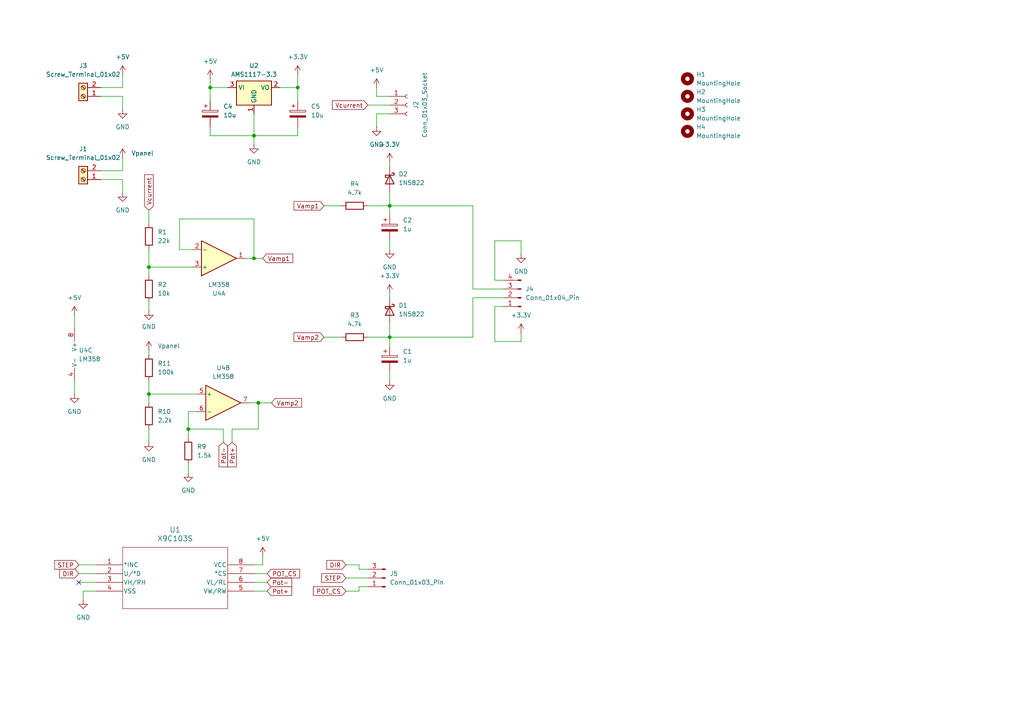
<source format=kicad_sch>
(kicad_sch (version 20231120) (generator "eeschema") (generator_version "8.0")
  (paper "A4")
  (lib_symbols
    (symbol "2024-08-13_23-58-24:X9C103S" (pin_names (offset 0.254))
      (property "Reference" "U" (at 22.86 10.16 0))
      (property "Value" "X9C103S" (at 22.86 7.62 0))
      (symbol "X9C103S_0_1"
        (polyline (pts (xy 7.62 -12.7) (xy 38.1 -12.7)) (stroke (width 0.127)))
        (polyline (pts (xy 7.62 5.08) (xy 7.62 -12.7)) (stroke (width 0.127)))
        (polyline (pts (xy 38.1 -12.7) (xy 38.1 5.08)) (stroke (width 0.127)))
        (polyline (pts (xy 38.1 5.08) (xy 7.62 5.08)) (stroke (width 0.127)))
        (pin input line (at 0 0 0) (length 7.62) (name "*INC") (number "1"))
        (pin input line (at 0 -2.54 0) (length 7.62) (name "U/*D") (number "2"))
        (pin unspecified line (at 0 -5.08 0) (length 7.62) (name "VH/RH") (number "3"))
        (pin power_in line (at 0 -7.62 0) (length 7.62) (name "VSS") (number "4"))
        (pin unspecified line (at 45.72 -7.62 180) (length 7.62) (name "VW/RW") (number "5"))
        (pin unspecified line (at 45.72 -5.08 180) (length 7.62) (name "VL/RL") (number "6"))
        (pin input line (at 45.72 -2.54 180) (length 7.62) (name "*CS") (number "7"))
        (pin power_in line (at 45.72 0 180) (length 7.62) (name "VCC") (number "8"))
      )
    )
    (symbol "Amplifier_Operational:LM358" (pin_names (offset 0.127))
      (property "Reference" "U" (at 0 5.08 0))
      (property "Value" "LM358" (at 0 -5.08 0))
      (symbol "LM358_1_1"
        (polyline (pts (xy -5.08 5.08) (xy 5.08 0) (xy -5.08 -5.08) (xy -5.08 5.08)) (stroke (width 0.254)) (fill (type background)))
        (pin output line (at 7.62 0 180) (length 2.54) (name "~") (number "1"))
        (pin input line (at -7.62 -2.54 0) (length 2.54) (name "-") (number "2"))
        (pin input line (at -7.62 2.54 0) (length 2.54) (name "+") (number "3"))
      )
      (symbol "LM358_2_1"
        (polyline (pts (xy -5.08 5.08) (xy 5.08 0) (xy -5.08 -5.08) (xy -5.08 5.08)) (stroke (width 0.254)) (fill (type background)))
        (pin input line (at -7.62 2.54 0) (length 2.54) (name "+") (number "5"))
        (pin input line (at -7.62 -2.54 0) (length 2.54) (name "-") (number "6"))
        (pin output line (at 7.62 0 180) (length 2.54) (name "~") (number "7"))
      )
      (symbol "LM358_3_1"
        (pin power_in line (at -2.54 -7.62 90) (length 3.81) (name "V-") (number "4"))
        (pin power_in line (at -2.54 7.62 270) (length 3.81) (name "V+") (number "8"))
      )
    )
    (symbol "Connector:Conn_01x03_Pin" (pin_names (offset 1.016) hide)
      (property "Reference" "J" (at 0 5.08 0))
      (property "Value" "Conn_01x03_Pin" (at 0 -5.08 0))
      (symbol "Conn_01x03_Pin_1_1"
        (polyline (pts (xy 1.27 -2.54) (xy 0.8636 -2.54)) (stroke (width 0.1524)))
        (polyline (pts (xy 1.27 0) (xy 0.8636 0)) (stroke (width 0.1524)))
        (polyline (pts (xy 1.27 2.54) (xy 0.8636 2.54)) (stroke (width 0.1524)))
        (rectangle (start 0.8636 -2.413) (end 0 -2.667) (stroke (width 0.1524)) (fill (type outline)))
        (rectangle (start 0.8636 0.127) (end 0 -0.127) (stroke (width 0.1524)) (fill (type outline)))
        (rectangle (start 0.8636 2.667) (end 0 2.413) (stroke (width 0.1524)) (fill (type outline)))
        (pin passive line (at 5.08 2.54 180) (length 3.81) (name "Pin_1") (number "1"))
        (pin passive line (at 5.08 0 180) (length 3.81) (name "Pin_2") (number "2"))
        (pin passive line (at 5.08 -2.54 180) (length 3.81) (name "Pin_3") (number "3"))
      )
    )
    (symbol "Connector:Conn_01x03_Socket" (pin_names (offset 1.016) hide)
      (property "Reference" "J" (at 0 5.08 0))
      (property "Value" "Conn_01x03_Socket" (at 0 -5.08 0))
      (symbol "Conn_01x03_Socket_1_1"
        (arc (start 0 -2.032) (mid -0.5058 -2.54) (end 0 -3.048) (stroke (width 0.1524)))
        (polyline (pts (xy -1.27 -2.54) (xy -0.508 -2.54)) (stroke (width 0.1524)))
        (polyline (pts (xy -1.27 0) (xy -0.508 0)) (stroke (width 0.1524)))
        (polyline (pts (xy -1.27 2.54) (xy -0.508 2.54)) (stroke (width 0.1524)))
        (arc (start 0 0.508) (mid -0.5058 0) (end 0 -0.508) (stroke (width 0.1524)))
        (arc (start 0 3.048) (mid -0.5058 2.54) (end 0 2.032) (stroke (width 0.1524)))
        (pin passive line (at -5.08 2.54 0) (length 3.81) (name "Pin_1") (number "1"))
        (pin passive line (at -5.08 0 0) (length 3.81) (name "Pin_2") (number "2"))
        (pin passive line (at -5.08 -2.54 0) (length 3.81) (name "Pin_3") (number "3"))
      )
    )
    (symbol "Connector:Conn_01x04_Pin" (pin_names (offset 1.016) hide)
      (property "Reference" "J" (at 0 5.08 0))
      (property "Value" "Conn_01x04_Pin" (at 0 -7.62 0))
      (symbol "Conn_01x04_Pin_1_1"
        (polyline (pts (xy 1.27 -5.08) (xy 0.8636 -5.08)) (stroke (width 0.1524)))
        (polyline (pts (xy 1.27 -2.54) (xy 0.8636 -2.54)) (stroke (width 0.1524)))
        (polyline (pts (xy 1.27 0) (xy 0.8636 0)) (stroke (width 0.1524)))
        (polyline (pts (xy 1.27 2.54) (xy 0.8636 2.54)) (stroke (width 0.1524)))
        (rectangle (start 0.8636 -4.953) (end 0 -5.207) (stroke (width 0.1524)) (fill (type outline)))
        (rectangle (start 0.8636 -2.413) (end 0 -2.667) (stroke (width 0.1524)) (fill (type outline)))
        (rectangle (start 0.8636 0.127) (end 0 -0.127) (stroke (width 0.1524)) (fill (type outline)))
        (rectangle (start 0.8636 2.667) (end 0 2.413) (stroke (width 0.1524)) (fill (type outline)))
        (pin passive line (at 5.08 2.54 180) (length 3.81) (name "Pin_1") (number "1"))
        (pin passive line (at 5.08 0 180) (length 3.81) (name "Pin_2") (number "2"))
        (pin passive line (at 5.08 -2.54 180) (length 3.81) (name "Pin_3") (number "3"))
        (pin passive line (at 5.08 -5.08 180) (length 3.81) (name "Pin_4") (number "4"))
      )
    )
    (symbol "Connector:Screw_Terminal_01x02" (pin_names (offset 1.016) hide)
      (property "Reference" "J" (at 0 2.54 0))
      (property "Value" "Screw_Terminal_01x02" (at 0 -5.08 0))
      (symbol "Screw_Terminal_01x02_1_1"
        (rectangle (start -1.27 1.27) (end 1.27 -3.81) (stroke (width 0.254)) (fill (type background)))
        (circle (center 0 -2.54) (radius 0.635) (stroke (width 0.1524)))
        (polyline (pts (xy -0.5334 -2.2098) (xy 0.3302 -3.048)) (stroke (width 0.1524)))
        (polyline (pts (xy -0.5334 0.3302) (xy 0.3302 -0.508)) (stroke (width 0.1524)))
        (polyline (pts (xy -0.3556 -2.032) (xy 0.508 -2.8702)) (stroke (width 0.1524)))
        (polyline (pts (xy -0.3556 0.508) (xy 0.508 -0.3302)) (stroke (width 0.1524)))
        (circle (center 0 0) (radius 0.635) (stroke (width 0.1524)))
        (pin passive line (at -5.08 0 0) (length 3.81) (name "Pin_1") (number "1"))
        (pin passive line (at -5.08 -2.54 0) (length 3.81) (name "Pin_2") (number "2"))
      )
    )
    (symbol "Device:C_Polarized" (pin_numbers hide) (pin_names (offset 0.254))
      (property "Reference" "C" (at 0.635 2.54 0))
      (property "Value" "C_Polarized" (at 0.635 -2.54 0))
      (symbol "C_Polarized_0_1"
        (rectangle (start -2.286 0.508) (end 2.286 1.016))
        (polyline (pts (xy -1.778 2.286) (xy -0.762 2.286)))
        (polyline (pts (xy -1.27 2.794) (xy -1.27 1.778)))
        (rectangle (start 2.286 -0.508) (end -2.286 -1.016) (fill (type outline)))
      )
      (symbol "C_Polarized_1_1"
        (pin passive line (at 0 3.81 270) (length 2.794) (name "~") (number "1"))
        (pin passive line (at 0 -3.81 90) (length 2.794) (name "~") (number "2"))
      )
    )
    (symbol "Device:R" (pin_numbers hide) (pin_names (offset 0))
      (property "Reference" "R" (at 2.032 0 90))
      (property "Value" "R" (at 0 0 90))
      (symbol "R_0_1"
        (rectangle (start -1.016 -2.54) (end 1.016 2.54) (stroke (width 0.254)))
      )
      (symbol "R_1_1"
        (pin passive line (at 0 3.81 270) (length 1.27) (name "~") (number "1"))
        (pin passive line (at 0 -3.81 90) (length 1.27) (name "~") (number "2"))
      )
    )
    (symbol "Diode:1N5822" (pin_numbers hide) (pin_names (offset 1.016) hide)
      (property "Reference" "D" (at 0 2.54 0))
      (property "Value" "1N5822" (at 0 -2.54 0))
      (symbol "1N5822_0_1"
        (polyline (pts (xy 1.27 0) (xy -1.27 0)))
        (polyline (pts (xy 1.27 1.27) (xy 1.27 -1.27) (xy -1.27 0) (xy 1.27 1.27)) (stroke (width 0.254)))
        (polyline (pts (xy -1.905 0.635) (xy -1.905 1.27) (xy -1.27 1.27) (xy -1.27 -1.27) (xy -0.635 -1.27) (xy -0.635 -0.635)) (stroke (width 0.254)))
      )
      (symbol "1N5822_1_1"
        (pin passive line (at -3.81 0 0) (length 2.54) (name "K") (number "1"))
        (pin passive line (at 3.81 0 180) (length 2.54) (name "A") (number "2"))
      )
    )
    (symbol "Mechanical:MountingHole" (pin_names (offset 1.016)) (exclude_from_sim yes) (in_bom no)
      (property "Reference" "H" (at 0 5.08 0))
      (property "Value" "MountingHole" (at 0 3.175 0))
      (symbol "MountingHole_0_1"
        (circle (center 0 0) (radius 1.27) (stroke (width 1.27)))
      )
    )
    (symbol "Regulator_Linear:AMS1117-3.3"
      (property "Reference" "U" (at -3.81 3.175 0))
      (property "Value" "AMS1117-3.3" (at 0 3.175 0))
      (symbol "AMS1117-3.3_0_1"
        (rectangle (start -5.08 -5.08) (end 5.08 1.905) (stroke (width 0.254)) (fill (type background)))
      )
      (symbol "AMS1117-3.3_1_1"
        (pin power_in line (at 0 -7.62 90) (length 2.54) (name "GND") (number "1"))
        (pin power_out line (at 7.62 0 180) (length 2.54) (name "VO") (number "2"))
        (pin power_in line (at -7.62 0 0) (length 2.54) (name "VI") (number "3"))
      )
    )
    (symbol "power:+3.3V" (power) (pin_numbers hide) (pin_names (offset 0) hide)
      (property "Value" "+3.3V" (at 0 3.556 0))
      (symbol "+3.3V_0_1"
        (polyline (pts (xy -0.762 1.27) (xy 0 2.54)))
        (polyline (pts (xy 0 0) (xy 0 2.54)))
        (polyline (pts (xy 0 2.54) (xy 0.762 1.27)))
      )
      (symbol "+3.3V_1_1"
        (pin power_in line (at 0 0 90) (length 0) (name "~") (number "1"))
      )
    )
    (symbol "power:+48V" (power) (pin_numbers hide) (pin_names (offset 0) hide)
      (property "Value" "+48V" (at 0 3.556 0))
      (symbol "+48V_0_1"
        (polyline (pts (xy -0.762 1.27) (xy 0 2.54)))
        (polyline (pts (xy 0 0) (xy 0 2.54)))
        (polyline (pts (xy 0 2.54) (xy 0.762 1.27)))
      )
      (symbol "+48V_1_1"
        (pin power_in line (at 0 0 90) (length 0) (name "~") (number "1"))
      )
    )
    (symbol "power:+5V" (power) (pin_numbers hide) (pin_names (offset 0) hide)
      (property "Value" "+5V" (at 0 3.556 0))
      (symbol "+5V_0_1"
        (polyline (pts (xy -0.762 1.27) (xy 0 2.54)))
        (polyline (pts (xy 0 0) (xy 0 2.54)))
        (polyline (pts (xy 0 2.54) (xy 0.762 1.27)))
      )
      (symbol "+5V_1_1"
        (pin power_in line (at 0 0 90) (length 0) (name "~") (number "1"))
      )
    )
    (symbol "power:GND" (power) (pin_numbers hide) (pin_names (offset 0) hide)
      (property "Value" "GND" (at 0 -3.81 0))
      (symbol "GND_0_1"
        (polyline (pts (xy 0 0) (xy 0 -1.27) (xy 1.27 -1.27) (xy 0 -2.54) (xy -1.27 -1.27) (xy 0 -1.27)))
      )
      (symbol "GND_1_1"
        (pin power_in line (at 0 0 270) (length 0) (name "~") (number "1"))
      )
    )
  )
  (junction (at 74.93 116.84))
  (junction (at 113.03 59.69))
  (junction (at 43.18 77.47))
  (junction (at 43.18 114.3))
  (junction (at 73.66 39.37))
  (junction (at 60.96 25.4))
  (junction (at 73.66 74.93))
  (junction (at 113.03 97.79))
  (junction (at 86.36 25.4))
  (junction (at 54.61 124.46))
  (no_connect (at 22.86 168.91))
  (wire (pts (xy 54.61 127) (xy 54.61 124.46)))
  (wire (pts (xy 106.68 30.48) (xy 113.03 30.48)))
  (wire (pts (xy 21.59 110.49) (xy 21.59 114.3)))
  (wire (pts (xy 86.36 39.37) (xy 73.66 39.37)))
  (wire (pts (xy 35.56 25.4) (xy 35.56 21.59)))
  (wire (pts (xy 35.56 49.53) (xy 35.56 45.72)))
  (wire (pts (xy 151.13 69.85) (xy 143.51 69.85)))
  (wire (pts (xy 29.21 25.4) (xy 35.56 25.4)))
  (wire (pts (xy 109.22 25.4) (xy 109.22 27.94)))
  (wire (pts (xy 106.68 170.18) (xy 104.14 170.18)))
  (wire (pts (xy 137.16 83.82) (xy 146.05 83.82)))
  (wire (pts (xy 106.68 59.69) (xy 113.03 59.69)))
  (wire (pts (xy 143.51 69.85) (xy 143.51 81.28)))
  (wire (pts (xy 73.66 39.37) (xy 73.66 41.91)))
  (wire (pts (xy 73.66 171.45) (xy 77.47 171.45)))
  (wire (pts (xy 21.59 91.44) (xy 21.59 95.25)))
  (wire (pts (xy 146.05 88.9) (xy 143.51 88.9)))
  (wire (pts (xy 60.96 22.86) (xy 60.96 25.4)))
  (wire (pts (xy 113.03 97.79) (xy 113.03 100.33)))
  (wire (pts (xy 104.14 170.18) (xy 104.14 171.45)))
  (wire (pts (xy 22.86 168.91) (xy 27.94 168.91)))
  (wire (pts (xy 43.18 114.3) (xy 43.18 116.84)))
  (wire (pts (xy 93.98 97.79) (xy 99.06 97.79)))
  (wire (pts (xy 146.05 86.36) (xy 137.16 86.36)))
  (wire (pts (xy 143.51 88.9) (xy 143.51 99.06)))
  (wire (pts (xy 93.98 59.69) (xy 99.06 59.69)))
  (wire (pts (xy 113.03 93.98) (xy 113.03 97.79)))
  (wire (pts (xy 137.16 97.79) (xy 113.03 97.79)))
  (wire (pts (xy 43.18 77.47) (xy 43.18 80.01)))
  (wire (pts (xy 35.56 27.94) (xy 35.56 31.75)))
  (wire (pts (xy 52.07 63.5) (xy 73.66 63.5)))
  (wire (pts (xy 73.66 166.37) (xy 77.47 166.37)))
  (wire (pts (xy 143.51 99.06) (xy 151.13 99.06)))
  (wire (pts (xy 109.22 33.02) (xy 109.22 36.83)))
  (wire (pts (xy 73.66 74.93) (xy 76.2 74.93)))
  (wire (pts (xy 137.16 86.36) (xy 137.16 97.79)))
  (wire (pts (xy 113.03 33.02) (xy 109.22 33.02)))
  (wire (pts (xy 67.31 124.46) (xy 74.93 124.46)))
  (wire (pts (xy 86.36 25.4) (xy 81.28 25.4)))
  (wire (pts (xy 43.18 60.96) (xy 43.18 64.77)))
  (wire (pts (xy 43.18 77.47) (xy 55.88 77.47)))
  (wire (pts (xy 104.14 165.1) (xy 106.68 165.1)))
  (wire (pts (xy 74.93 124.46) (xy 74.93 116.84)))
  (wire (pts (xy 113.03 69.85) (xy 113.03 72.39)))
  (wire (pts (xy 86.36 25.4) (xy 86.36 29.21)))
  (wire (pts (xy 113.03 107.95) (xy 113.03 110.49)))
  (wire (pts (xy 60.96 39.37) (xy 60.96 36.83)))
  (wire (pts (xy 113.03 59.69) (xy 113.03 62.23)))
  (wire (pts (xy 54.61 134.62) (xy 54.61 137.16)))
  (wire (pts (xy 60.96 25.4) (xy 66.04 25.4)))
  (wire (pts (xy 67.31 124.46) (xy 67.31 128.27)))
  (wire (pts (xy 100.33 171.45) (xy 104.14 171.45)))
  (wire (pts (xy 55.88 72.39) (xy 52.07 72.39)))
  (wire (pts (xy 86.36 21.59) (xy 86.36 25.4)))
  (wire (pts (xy 151.13 73.66) (xy 151.13 69.85)))
  (wire (pts (xy 52.07 72.39) (xy 52.07 63.5)))
  (wire (pts (xy 24.13 173.99) (xy 24.13 171.45)))
  (wire (pts (xy 64.77 124.46) (xy 64.77 128.27)))
  (wire (pts (xy 43.18 72.39) (xy 43.18 77.47)))
  (wire (pts (xy 86.36 36.83) (xy 86.36 39.37)))
  (wire (pts (xy 137.16 59.69) (xy 137.16 83.82)))
  (wire (pts (xy 143.51 81.28) (xy 146.05 81.28)))
  (wire (pts (xy 29.21 27.94) (xy 35.56 27.94)))
  (wire (pts (xy 72.39 116.84) (xy 74.93 116.84)))
  (wire (pts (xy 43.18 102.87) (xy 43.18 101.6)))
  (wire (pts (xy 22.86 163.83) (xy 27.94 163.83)))
  (wire (pts (xy 113.03 46.99) (xy 113.03 48.26)))
  (wire (pts (xy 35.56 52.07) (xy 35.56 55.88)))
  (wire (pts (xy 54.61 119.38) (xy 54.61 124.46)))
  (wire (pts (xy 24.13 171.45) (xy 27.94 171.45)))
  (wire (pts (xy 54.61 119.38) (xy 57.15 119.38)))
  (wire (pts (xy 113.03 85.09) (xy 113.03 86.36)))
  (wire (pts (xy 76.2 161.29) (xy 76.2 163.83)))
  (wire (pts (xy 43.18 114.3) (xy 57.15 114.3)))
  (wire (pts (xy 60.96 25.4) (xy 60.96 29.21)))
  (wire (pts (xy 73.66 39.37) (xy 60.96 39.37)))
  (wire (pts (xy 43.18 87.63) (xy 43.18 90.17)))
  (wire (pts (xy 73.66 33.02) (xy 73.66 39.37)))
  (wire (pts (xy 109.22 27.94) (xy 113.03 27.94)))
  (wire (pts (xy 113.03 59.69) (xy 137.16 59.69)))
  (wire (pts (xy 73.66 168.91) (xy 77.47 168.91)))
  (wire (pts (xy 22.86 166.37) (xy 27.94 166.37)))
  (wire (pts (xy 100.33 167.64) (xy 106.68 167.64)))
  (wire (pts (xy 100.33 163.83) (xy 104.14 163.83)))
  (wire (pts (xy 104.14 163.83) (xy 104.14 165.1)))
  (wire (pts (xy 76.2 163.83) (xy 73.66 163.83)))
  (wire (pts (xy 151.13 99.06) (xy 151.13 96.52)))
  (wire (pts (xy 29.21 49.53) (xy 35.56 49.53)))
  (wire (pts (xy 54.61 124.46) (xy 64.77 124.46)))
  (wire (pts (xy 43.18 110.49) (xy 43.18 114.3)))
  (wire (pts (xy 74.93 116.84) (xy 78.74 116.84)))
  (wire (pts (xy 71.12 74.93) (xy 73.66 74.93)))
  (wire (pts (xy 106.68 97.79) (xy 113.03 97.79)))
  (wire (pts (xy 43.18 124.46) (xy 43.18 128.27)))
  (wire (pts (xy 29.21 52.07) (xy 35.56 52.07)))
  (wire (pts (xy 73.66 63.5) (xy 73.66 74.93)))
  (wire (pts (xy 113.03 55.88) (xy 113.03 59.69)))
  (global_label "Vcurrent" (shape input) (at 106.68 30.48 180) (property "Intersheetrefs" "${INTERSHEET_REFS}" (effects (hide yes))))
  (global_label "Vamp1" (shape input) (at 93.98 59.69 180) (property "Intersheetrefs" "${INTERSHEET_REFS}" (effects (hide yes))))
  (global_label "Pot-" (shape input) (at 77.47 168.91 0) (property "Intersheetrefs" "${INTERSHEET_REFS}" (effects (hide yes))))
  (global_label "Vcurrent" (shape input) (at 43.18 60.96 90) (property "Intersheetrefs" "${INTERSHEET_REFS}" (effects (hide yes))))
  (global_label "STEP" (shape input) (at 100.33 167.64 180) (property "Intersheetrefs" "${INTERSHEET_REFS}" (effects (hide yes))))
  (global_label "DIR" (shape input) (at 22.86 166.37 180) (property "Intersheetrefs" "${INTERSHEET_REFS}" (effects (hide yes))))
  (global_label "STEP" (shape input) (at 22.86 163.83 180) (property "Intersheetrefs" "${INTERSHEET_REFS}" (effects (hide yes))))
  (global_label "Pot+" (shape input) (at 67.31 128.27 270) (property "Intersheetrefs" "${INTERSHEET_REFS}" (effects (hide yes))))
  (global_label "Vamp2" (shape input) (at 78.74 116.84 0) (property "Intersheetrefs" "${INTERSHEET_REFS}" (effects (hide yes))))
  (global_label "Vamp2" (shape input) (at 93.98 97.79 180) (property "Intersheetrefs" "${INTERSHEET_REFS}" (effects (hide yes))))
  (global_label "POT_CS" (shape input) (at 77.47 166.37 0) (property "Intersheetrefs" "${INTERSHEET_REFS}" (effects (hide yes))))
  (global_label "POT_CS" (shape input) (at 100.33 171.45 180) (property "Intersheetrefs" "${INTERSHEET_REFS}" (effects (hide yes))))
  (global_label "DIR" (shape input) (at 100.33 163.83 180) (property "Intersheetrefs" "${INTERSHEET_REFS}" (effects (hide yes))))
  (global_label "Pot+" (shape input) (at 77.47 171.45 0) (property "Intersheetrefs" "${INTERSHEET_REFS}" (effects (hide yes))))
  (global_label "Vamp1" (shape input) (at 76.2 74.93 0) (property "Intersheetrefs" "${INTERSHEET_REFS}" (effects (hide yes))))
  (global_label "Pot-" (shape input) (at 64.77 128.27 270) (property "Intersheetrefs" "${INTERSHEET_REFS}" (effects (hide yes))))
  (symbol (lib_id "Amplifier_Operational:LM358") (at 24.13 102.87 0) (unit 3)
    (property "Reference" "U4" (at 22.86 101.5999 0) (effects (justify left)))
    (property "Value" "LM358" (at 22.86 104.1399 0) (effects (justify left)))
    (property "Footprint" "Package_DIP:DIP-8_W10.16mm_LongPads" (effects (hide yes)))
    (property "Datasheet" "http://www.ti.com/lit/ds/symlink/lm2904-n.pdf" (effects (hide yes)))
    (property "Description" "Low-Power, Dual Operational Amplifiers, DIP-8/SOIC-8/TO-99-8" (effects (hide yes)))
  )
  (symbol (lib_id "Mechanical:MountingHole") (at 199.39 27.94 0) (unit 1) (exclude_from_sim yes) (in_bom no)
    (property "Reference" "H2" (at 201.93 26.6699 0) (effects (justify left)))
    (property "Value" "MountingHole" (at 201.93 29.2099 0) (effects (justify left)))
    (property "Footprint" "MountingHole:MountingHole_3.2mm_M3" (effects (hide yes)))
    (property "Description" "Mounting Hole without connection" (effects (hide yes)))
  )
  (symbol (lib_id "power:GND") (at 73.66 41.91 0) (unit 1)
    (property "Reference" "#PWR08" (effects (hide yes)))
    (property "Value" "GND" (at 73.66 46.99 0))
    (property "Description" "Power symbol creates a global label with name \"GND\" , ground" (effects (hide yes)))
  )
  (symbol (lib_id "power:GND") (at 43.18 90.17 0) (unit 1)
    (property "Reference" "#PWR023" (effects (hide yes)))
    (property "Value" "GND" (at 43.18 94.742 0))
    (property "Description" "Power symbol creates a global label with name \"GND\" , ground" (effects (hide yes)))
  )
  (symbol (lib_id "Connector:Conn_01x03_Pin") (at 111.76 167.64 180) (unit 1)
    (property "Reference" "J5" (at 113.03 166.3699 0) (effects (justify right)))
    (property "Value" "Conn_01x03_Pin" (at 113.03 168.9099 0) (effects (justify right)))
    (property "Footprint" "Connector_PinHeader_2.54mm:PinHeader_1x03_P2.54mm_Vertical" (effects (hide yes)))
    (property "Description" "Generic connector, single row, 01x03, script generated" (effects (hide yes)))
  )
  (symbol (lib_id "power:+5V") (at 35.56 21.59 0) (unit 1)
    (property "Reference" "#PWR015" (effects (hide yes)))
    (property "Value" "+5V" (at 35.56 16.51 0))
    (property "Description" "Power symbol creates a global label with name \"+5V\"" (effects (hide yes)))
  )
  (symbol (lib_id "power:GND") (at 35.56 31.75 0) (unit 1)
    (property "Reference" "#PWR016" (effects (hide yes)))
    (property "Value" "GND" (at 35.56 36.83 0))
    (property "Description" "Power symbol creates a global label with name \"GND\" , ground" (effects (hide yes)))
  )
  (symbol (lib_id "power:+3.3V") (at 113.03 46.99 0) (unit 1)
    (property "Reference" "#PWR04" (effects (hide yes)))
    (property "Value" "+3.3V" (at 113.03 41.91 0))
    (property "Description" "Power symbol creates a global label with name \"+3.3V\"" (effects (hide yes)))
  )
  (symbol (lib_id "power:GND") (at 151.13 73.66 0) (unit 1)
    (property "Reference" "#PWR07" (effects (hide yes)))
    (property "Value" "GND" (at 151.13 78.74 0))
    (property "Description" "Power symbol creates a global label with name \"GND\" , ground" (effects (hide yes)))
  )
  (symbol (lib_id "Mechanical:MountingHole") (at 199.39 38.1 0) (unit 1) (exclude_from_sim yes) (in_bom no)
    (property "Reference" "H4" (at 201.93 36.8299 0) (effects (justify left)))
    (property "Value" "MountingHole" (at 201.93 39.3699 0) (effects (justify left)))
    (property "Footprint" "MountingHole:MountingHole_3.2mm_M3" (effects (hide yes)))
    (property "Description" "Mounting Hole without connection" (effects (hide yes)))
  )
  (symbol (lib_id "Connector:Conn_01x04_Pin") (at 151.13 86.36 180) (unit 1)
    (property "Reference" "J4" (at 152.4 83.8199 0) (effects (justify right)))
    (property "Value" "Conn_01x04_Pin" (at 152.4 86.3599 0) (effects (justify right)))
    (property "Footprint" "Connector_PinHeader_2.54mm:PinHeader_1x04_P2.54mm_Vertical" (effects (hide yes)))
    (property "Description" "Generic connector, single row, 01x04, script generated" (effects (hide yes)))
  )
  (symbol (lib_id "Device:R") (at 54.61 130.81 180) (unit 1)
    (property "Reference" "R9" (at 57.15 129.5399 0) (effects (justify right)))
    (property "Value" "1.5k" (at 57.15 132.0799 0) (effects (justify right)))
    (property "Footprint" "Resistor_THT:R_Axial_DIN0207_L6.3mm_D2.5mm_P10.16mm_Horizontal" (effects (hide yes)))
    (property "Description" "Resistor" (effects (hide yes)))
  )
  (symbol (lib_id "Device:C_Polarized") (at 86.36 33.02 0) (unit 1)
    (property "Reference" "C5" (at 90.17 30.8609 0) (effects (justify left)))
    (property "Value" "10u" (at 90.17 33.4009 0) (effects (justify left)))
    (property "Footprint" "Capacitor_THT:CP_Radial_D5.0mm_P2.50mm" (effects (hide yes)))
    (property "Description" "Polarized capacitor" (effects (hide yes)))
  )
  (symbol (lib_id "Connector:Conn_01x03_Socket") (at 118.11 30.48 0) (unit 1)
    (property "Reference" "J2" (at 120.65 30.48 90))
    (property "Value" "Conn_01x03_Socket" (at 123.19 30.48 90))
    (property "Footprint" "Connector_PinHeader_2.54mm:PinHeader_1x03_P2.54mm_Vertical" (effects (hide yes)))
    (property "Description" "Generic connector, single row, 01x03, script generated" (effects (hide yes)))
  )
  (symbol (lib_id "Mechanical:MountingHole") (at 199.39 22.86 0) (unit 1) (exclude_from_sim yes) (in_bom no)
    (property "Reference" "H1" (at 201.93 21.5899 0) (effects (justify left)))
    (property "Value" "MountingHole" (at 201.93 24.1299 0) (effects (justify left)))
    (property "Footprint" "MountingHole:MountingHole_3.2mm_M3" (effects (hide yes)))
    (property "Description" "Mounting Hole without connection" (effects (hide yes)))
  )
  (symbol (lib_id "Device:R") (at 102.87 97.79 90) (unit 1)
    (property "Reference" "R3" (at 102.87 91.44 90))
    (property "Value" "4.7k" (at 102.87 93.98 90))
    (property "Footprint" "Resistor_THT:R_Axial_DIN0207_L6.3mm_D2.5mm_P10.16mm_Horizontal" (effects (hide yes)))
    (property "Description" "Resistor" (effects (hide yes)))
  )
  (symbol (lib_id "Amplifier_Operational:LM358") (at 64.77 116.84 0) (unit 2)
    (property "Reference" "U4" (at 64.77 106.68 0))
    (property "Value" "LM358" (at 64.77 109.22 0))
    (property "Footprint" "Package_DIP:DIP-8_W10.16mm_LongPads" (effects (hide yes)))
    (property "Datasheet" "http://www.ti.com/lit/ds/symlink/lm2904-n.pdf" (effects (hide yes)))
    (property "Description" "Low-Power, Dual Operational Amplifiers, DIP-8/SOIC-8/TO-99-8" (effects (hide yes)))
  )
  (symbol (lib_id "power:+5V") (at 109.22 25.4 0) (unit 1)
    (property "Reference" "#PWR010" (effects (hide yes)))
    (property "Value" "+5V" (at 109.22 20.32 0))
    (property "Description" "Power symbol creates a global label with name \"+5V\"" (effects (hide yes)))
  )
  (symbol (lib_id "Diode:1N5822") (at 113.03 52.07 270) (unit 1)
    (property "Reference" "D2" (at 115.57 50.4824 90) (effects (justify left)))
    (property "Value" "1N5822" (at 115.57 53.0224 90) (effects (justify left)))
    (property "Footprint" "Diode_THT:D_DO-201AD_P15.24mm_Horizontal" (effects (hide yes)))
    (property "Datasheet" "http://www.vishay.com/docs/88526/1n5820.pdf" (effects (hide yes)))
    (property "Description" "40V 3A Schottky Barrier Rectifier Diode, DO-201AD" (effects (hide yes)))
  )
  (symbol (lib_id "power:+5V") (at 21.59 91.44 0) (unit 1)
    (property "Reference" "#PWR018" (effects (hide yes)))
    (property "Value" "+5V" (at 21.59 86.36 0))
    (property "Description" "Power symbol creates a global label with name \"+5V\"" (effects (hide yes)))
  )
  (symbol (lib_id "power:+3.3V") (at 151.13 96.52 0) (unit 1)
    (property "Reference" "#PWR06" (effects (hide yes)))
    (property "Value" "+3.3V" (at 151.13 91.44 0))
    (property "Description" "Power symbol creates a global label with name \"+3.3V\"" (effects (hide yes)))
  )
  (symbol (lib_id "power:GND") (at 54.61 137.16 0) (unit 1)
    (property "Reference" "#PWR026" (effects (hide yes)))
    (property "Value" "GND" (at 54.61 142.24 0))
    (property "Description" "Power symbol creates a global label with name \"GND\" , ground" (effects (hide yes)))
  )
  (symbol (lib_id "power:+3.3V") (at 113.03 85.09 0) (unit 1)
    (property "Reference" "#PWR03" (effects (hide yes)))
    (property "Value" "+3.3V" (at 113.03 80.01 0))
    (property "Description" "Power symbol creates a global label with name \"+3.3V\"" (effects (hide yes)))
  )
  (symbol (lib_id "Device:R") (at 43.18 83.82 0) (unit 1)
    (property "Reference" "R2" (at 45.72 82.5499 0) (effects (justify left)))
    (property "Value" "10k" (at 45.72 85.0899 0) (effects (justify left)))
    (property "Footprint" "Resistor_THT:R_Axial_DIN0207_L6.3mm_D2.5mm_P10.16mm_Horizontal" (effects (hide yes)))
    (property "Description" "Resistor" (effects (hide yes)))
  )
  (symbol (lib_id "power:+48V") (at 43.18 101.6 0) (unit 1)
    (property "Reference" "#PWR025" (effects (hide yes)))
    (property "Value" "Vpanel" (at 45.72 100.3299 0) (effects (justify left)))
    (property "Description" "Power symbol creates a global label with name \"+48V\"" (effects (hide yes)))
  )
  (symbol (lib_id "Amplifier_Operational:LM358") (at 63.5 74.93 0) (mirror x) (unit 1)
    (property "Reference" "U4" (at 63.5 85.09 0))
    (property "Value" "LM358" (at 63.5 82.55 0))
    (property "Footprint" "Package_DIP:DIP-8_W10.16mm_LongPads" (effects (hide yes)))
    (property "Datasheet" "http://www.ti.com/lit/ds/symlink/lm2904-n.pdf" (effects (hide yes)))
    (property "Description" "Low-Power, Dual Operational Amplifiers, DIP-8/SOIC-8/TO-99-8" (effects (hide yes)))
  )
  (symbol (lib_id "power:GND") (at 24.13 173.99 0) (unit 1)
    (property "Reference" "#PWR012" (effects (hide yes)))
    (property "Value" "GND" (at 24.13 179.07 0))
    (property "Description" "Power symbol creates a global label with name \"GND\" , ground" (effects (hide yes)))
  )
  (symbol (lib_id "Device:R") (at 102.87 59.69 90) (unit 1)
    (property "Reference" "R4" (at 102.87 53.34 90))
    (property "Value" "4.7k" (at 102.87 55.88 90))
    (property "Footprint" "Resistor_THT:R_Axial_DIN0207_L6.3mm_D2.5mm_P10.16mm_Horizontal" (effects (hide yes)))
    (property "Description" "Resistor" (effects (hide yes)))
  )
  (symbol (lib_id "power:GND") (at 43.18 128.27 0) (unit 1)
    (property "Reference" "#PWR027" (effects (hide yes)))
    (property "Value" "GND" (at 43.18 133.35 0))
    (property "Description" "Power symbol creates a global label with name \"GND\" , ground" (effects (hide yes)))
  )
  (symbol (lib_id "Device:R") (at 43.18 120.65 180) (unit 1)
    (property "Reference" "R10" (at 45.72 119.3799 0) (effects (justify right)))
    (property "Value" "2.2k" (at 45.72 121.9199 0) (effects (justify right)))
    (property "Footprint" "Resistor_THT:R_Axial_DIN0207_L6.3mm_D2.5mm_P10.16mm_Horizontal" (effects (hide yes)))
    (property "Description" "Resistor" (effects (hide yes)))
  )
  (symbol (lib_id "power:GND") (at 21.59 114.3 0) (unit 1)
    (property "Reference" "#PWR019" (effects (hide yes)))
    (property "Value" "GND" (at 21.59 119.38 0))
    (property "Description" "Power symbol creates a global label with name \"GND\" , ground" (effects (hide yes)))
  )
  (symbol (lib_id "Device:C_Polarized") (at 60.96 33.02 0) (unit 1)
    (property "Reference" "C4" (at 64.77 30.8609 0) (effects (justify left)))
    (property "Value" "10u" (at 64.77 33.4009 0) (effects (justify left)))
    (property "Footprint" "Capacitor_THT:CP_Radial_D5.0mm_P2.50mm" (effects (hide yes)))
    (property "Description" "Polarized capacitor" (effects (hide yes)))
  )
  (symbol (lib_id "power:GND") (at 113.03 72.39 0) (unit 1)
    (property "Reference" "#PWR011" (effects (hide yes)))
    (property "Value" "GND" (at 113.03 77.47 0))
    (property "Description" "Power symbol creates a global label with name \"GND\" , ground" (effects (hide yes)))
  )
  (symbol (lib_id "power:+5V") (at 60.96 22.86 0) (unit 1)
    (property "Reference" "#PWR02" (effects (hide yes)))
    (property "Value" "+5V" (at 60.96 17.78 0))
    (property "Description" "Power symbol creates a global label with name \"+5V\"" (effects (hide yes)))
  )
  (symbol (lib_id "2024-08-13_23-58-24:X9C103S") (at 27.94 163.83 0) (unit 1)
    (property "Reference" "U1" (at 50.8 153.67 0) (effects (font (size 1.524 1.524))))
    (property "Value" "X9C103S" (at 50.8 156.21 0) (effects (font (size 1.524 1.524))))
    (property "Footprint" "SOIC8_3P9116X4P9022_INR" (effects (hide yes)))
    (property "Datasheet" "X9C103S" (effects (hide yes)))
  )
  (symbol (lib_id "Device:C_Polarized") (at 113.03 104.14 0) (unit 1)
    (property "Reference" "C1" (at 116.84 101.9809 0) (effects (justify left)))
    (property "Value" "1u" (at 116.84 104.5209 0) (effects (justify left)))
    (property "Footprint" "Capacitor_THT:CP_Radial_D5.0mm_P2.50mm" (effects (hide yes)))
    (property "Description" "Polarized capacitor" (effects (hide yes)))
  )
  (symbol (lib_id "power:+3.3V") (at 86.36 21.59 0) (unit 1)
    (property "Reference" "#PWR09" (effects (hide yes)))
    (property "Value" "+3.3V" (at 86.36 16.51 0))
    (property "Description" "Power symbol creates a global label with name \"+3.3V\"" (effects (hide yes)))
  )
  (symbol (lib_id "power:GND") (at 35.56 55.88 0) (unit 1)
    (property "Reference" "#PWR014" (effects (hide yes)))
    (property "Value" "GND" (at 35.56 60.96 0))
    (property "Description" "Power symbol creates a global label with name \"GND\" , ground" (effects (hide yes)))
  )
  (symbol (lib_id "power:+5V") (at 76.2 161.29 0) (unit 1)
    (property "Reference" "#PWR017" (effects (hide yes)))
    (property "Value" "+5V" (at 76.2 156.21 0))
    (property "Description" "Power symbol creates a global label with name \"+5V\"" (effects (hide yes)))
  )
  (symbol (lib_id "Mechanical:MountingHole") (at 199.39 33.02 0) (unit 1) (exclude_from_sim yes) (in_bom no)
    (property "Reference" "H3" (at 201.93 31.7499 0) (effects (justify left)))
    (property "Value" "MountingHole" (at 201.93 34.2899 0) (effects (justify left)))
    (property "Footprint" "MountingHole:MountingHole_3.2mm_M3" (effects (hide yes)))
    (property "Description" "Mounting Hole without connection" (effects (hide yes)))
  )
  (symbol (lib_id "Connector:Screw_Terminal_01x02") (at 24.13 27.94 180) (unit 1)
    (property "Reference" "J3" (at 24.13 19.05 0))
    (property "Value" "Screw_Terminal_01x02" (at 24.13 21.59 0))
    (property "Footprint" "TerminalBlock_Phoenix:TerminalBlock_Phoenix_MKDS-1,5-2_1x02_P5.00mm_Horizontal" (effects (hide yes)))
    (property "Description" "Generic screw terminal, single row, 01x02, script generated (kicad-library-utils/schlib/autogen/connector/)" (effects (hide yes)))
  )
  (symbol (lib_id "Regulator_Linear:AMS1117-3.3") (at 73.66 25.4 0) (unit 1)
    (property "Reference" "U2" (at 73.66 19.05 0))
    (property "Value" "AMS1117-3.3" (at 73.66 21.59 0))
    (property "Footprint" "Package_TO_SOT_THT:TO-220-3_Vertical" (effects (hide yes)))
    (property "Datasheet" "http://www.advanced-monolithic.com/pdf/ds1117.pdf" (effects (hide yes)))
    (property "Description" "1A Low Dropout regulator, positive, 3.3V fixed output, SOT-223" (effects (hide yes)))
  )
  (symbol (lib_id "power:+48V") (at 35.56 45.72 0) (unit 1)
    (property "Reference" "#PWR013" (effects (hide yes)))
    (property "Value" "Vpanel" (at 38.1 44.4499 0) (effects (justify left)))
    (property "Description" "Power symbol creates a global label with name \"+48V\"" (effects (hide yes)))
  )
  (symbol (lib_id "Connector:Screw_Terminal_01x02") (at 24.13 52.07 180) (unit 1)
    (property "Reference" "J1" (at 24.13 43.18 0))
    (property "Value" "Screw_Terminal_01x02" (at 24.13 45.72 0))
    (property "Footprint" "TerminalBlock_Phoenix:TerminalBlock_Phoenix_MKDS-1,5-2_1x02_P5.00mm_Horizontal" (effects (hide yes)))
    (property "Description" "Generic screw terminal, single row, 01x02, script generated (kicad-library-utils/schlib/autogen/connector/)" (effects (hide yes)))
  )
  (symbol (lib_id "power:GND") (at 109.22 36.83 0) (unit 1)
    (property "Reference" "#PWR05" (effects (hide yes)))
    (property "Value" "GND" (at 109.22 41.91 0))
    (property "Description" "Power symbol creates a global label with name \"GND\" , ground" (effects (hide yes)))
  )
  (symbol (lib_id "Device:R") (at 43.18 106.68 180) (unit 1)
    (property "Reference" "R11" (at 45.72 105.4099 0) (effects (justify right)))
    (property "Value" "100k" (at 45.72 107.9499 0) (effects (justify right)))
    (property "Footprint" "Resistor_THT:R_Axial_DIN0207_L6.3mm_D2.5mm_P10.16mm_Horizontal" (effects (hide yes)))
    (property "Description" "Resistor" (effects (hide yes)))
  )
  (symbol (lib_id "Device:C_Polarized") (at 113.03 66.04 0) (unit 1)
    (property "Reference" "C2" (at 116.84 63.8809 0) (effects (justify left)))
    (property "Value" "1u" (at 116.84 66.4209 0) (effects (justify left)))
    (property "Footprint" "Capacitor_THT:CP_Radial_D5.0mm_P2.50mm" (effects (hide yes)))
    (property "Description" "Polarized capacitor" (effects (hide yes)))
  )
  (symbol (lib_id "Diode:1N5822") (at 113.03 90.17 270) (unit 1)
    (property "Reference" "D1" (at 115.57 88.5824 90) (effects (justify left)))
    (property "Value" "1N5822" (at 115.57 91.1224 90) (effects (justify left)))
    (property "Footprint" "Diode_THT:D_DO-201AD_P15.24mm_Horizontal" (effects (hide yes)))
    (property "Datasheet" "http://www.vishay.com/docs/88526/1n5820.pdf" (effects (hide yes)))
    (property "Description" "40V 3A Schottky Barrier Rectifier Diode, DO-201AD" (effects (hide yes)))
  )
  (symbol (lib_id "Device:R") (at 43.18 68.58 0) (unit 1)
    (property "Reference" "R1" (at 45.72 67.3099 0) (effects (justify left)))
    (property "Value" "22k" (at 45.72 69.8499 0) (effects (justify left)))
    (property "Footprint" "Resistor_THT:R_Axial_DIN0207_L6.3mm_D2.5mm_P10.16mm_Horizontal" (effects (hide yes)))
    (property "Description" "Resistor" (effects (hide yes)))
  )
  (symbol (lib_id "power:GND") (at 113.03 110.49 0) (unit 1)
    (property "Reference" "#PWR01" (effects (hide yes)))
    (property "Value" "GND" (at 113.03 115.57 0))
    (property "Description" "Power symbol creates a global label with name \"GND\" , ground" (effects (hide yes)))
  )
)
</source>
